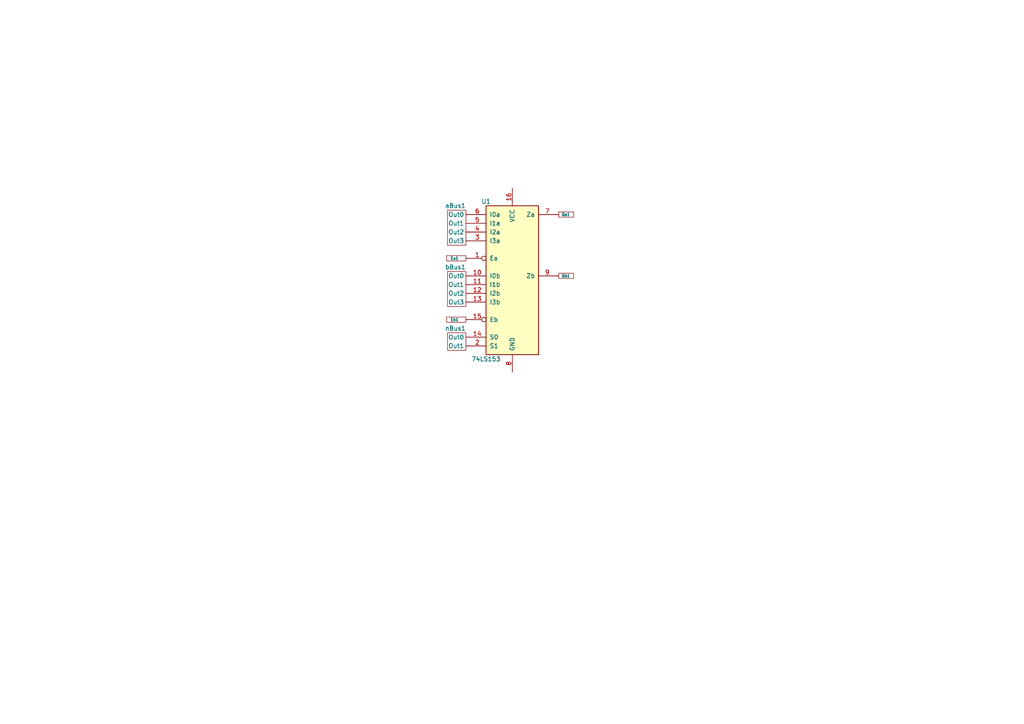
<source format=kicad_sch>
(kicad_sch (version 20230121) (generator eeschema)
  (paper "A4")
  (lib_symbols
    (symbol "74xx:74LS153" (pin_names (offset 1.016))
      (property "Reference" "U" (at -7.62 21.59 0))
      (property "Value" "74LS153" (at -7.62 -24.13 0))
      (symbol "74LS153_1_0"
        (pin input inverted (at -12.7 5.08 0) (length 5.08) (name "Ea") (number "1"))
        (pin input line (at -12.7 0 0) (length 5.08) (name "I0b") (number "10"))
        (pin input line (at -12.7 -2.54 0) (length 5.08) (name "I1b") (number "11"))
        (pin input line (at -12.7 -5.08 0) (length 5.08) (name "I2b") (number "12"))
        (pin input line (at -12.7 -7.62 0) (length 5.08) (name "I3b") (number "13"))
        (pin input line (at -12.7 -17.78 0) (length 5.08) (name "S0") (number "14"))
        (pin input inverted (at -12.7 -12.7 0) (length 5.08) (name "Eb") (number "15"))
        (pin power_in line (at 0 25.4 270) (length 5.08) (name "VCC") (number "16"))
        (pin input line (at -12.7 -20.32 0) (length 5.08) (name "S1") (number "2"))
        (pin input line (at -12.7 10.16 0) (length 5.08) (name "I3a") (number "3"))
        (pin input line (at -12.7 12.7 0) (length 5.08) (name "I2a") (number "4"))
        (pin input line (at -12.7 15.24 0) (length 5.08) (name "I1a") (number "5"))
        (pin input line (at -12.7 17.78 0) (length 5.08) (name "I0a") (number "6"))
        (pin output line (at 12.7 17.78 180) (length 5.08) (name "Za") (number "7"))
        (pin power_in line (at 0 -27.94 90) (length 5.08) (name "GND") (number "8"))
        (pin output line (at 12.7 0 180) (length 5.08) (name "Zb") (number "9"))
      )
      (symbol "74LS153_1_1"
        (rectangle (start -7.62 20.32) (end 7.62 -22.86) (stroke (width 0.254)) (fill (type background)))
      )
    )
    (symbol "Tests:InPin" (pin_numbers hide) (pin_names hide)
      (property "Reference" "InPin" (at 2.794 0 0))
      (symbol "InPin_0_1"
        (rectangle (start 0.762 0.762) (end 5.08 -0.762))
      )
      (symbol "InPin_1_1"
        (pin input line (at 0 0 0) (length 0.75) (name "In") (number "1"))
      )
    )
    (symbol "Tests:OutBus2x" (pin_numbers hide)
      (property "Reference" "OutBus2x" (at -2.54 3.556 0))
      (symbol "OutBus2x_0_1"
        (rectangle (start -6.096 2.54) (end -0.75 -2.54))
      )
      (symbol "OutBus2x_1_1"
        (pin output line (at 0 1.27 180) (length 0.75) (name "Out0") (number "0"))
        (pin output line (at 0 -1.27 180) (length 0.75) (name "Out1") (number "1"))
      )
    )
    (symbol "Tests:OutBus4x" (pin_numbers hide)
      (property "Reference" "OutBus4x" (at -1.524 6.096 0))
      (symbol "OutBus4x_0_1"
        (rectangle (start -6.096 5.08) (end -0.75 -5.08))
      )
      (symbol "OutBus4x_1_1"
        (pin output line (at 0 3.81 180) (length 0.75) (name "Out0") (number "0"))
        (pin output line (at 0 1.27 180) (length 0.75) (name "Out1") (number "1"))
        (pin output line (at 0 -1.27 180) (length 0.75) (name "Out2") (number "2"))
        (pin output line (at 0 -3.81 180) (length 0.75) (name "Out3") (number "3"))
      )
    )
    (symbol "Tests:OutPin" (pin_numbers hide) (pin_names hide)
      (property "Reference" "OutPin" (at -4.064 0 0))
      (symbol "OutPin_0_1"
        (rectangle (start -6.35 0.762) (end -0.762 -0.762))
      )
      (symbol "OutPin_1_1"
        (pin output line (at 0 0 180) (length 0.75) (name "Out") (number "1"))
      )
    )
  )
  (symbol (lib_id "Tests:OutBus4x") (at 135.89 83.82 0) (unit 1)
    (property "Reference" "bBus1" (at 132.08 77.47 0))
    (property "Value" "OutBus4x" (effects hide))
  )
  (symbol (lib_id "Tests:OutBus2x") (at 135.89 99.06 0) (unit 1)
    (property "Reference" "nBus1" (at 132.08 95.25 0))
    (property "Value" "OutBus2x" (effects hide))
  )
  (symbol (lib_id "Tests:InPin") (at 161.29 62.23 0) (unit 1)
    (property "Reference" "Qa1" (at 164.084 62.23 0) (effects (font (size 0.8 0.8))))
    (property "Value" "InPin" (effects hide))
  )
  (symbol (lib_id "Tests:OutPin") (at 135.89 92.71 0) (unit 1)
    (property "Reference" "Eb1" (at 131.826 92.71 0) (effects (font (size 0.8 0.8))))
    (property "Value" "OutPin" (effects hide))
  )
  (symbol (lib_id "74xx:74LS153") (at 148.59 80.01 0) (unit 1)
    (property "Reference" "U1" (at 140.97 58.42 0))
    (property "Value" "74LS153" (at 140.97 104.14 0))
    (property "Datasheet" "http://www.ti.com/lit/gpn/sn74LS153" (effects hide))
  )
  (symbol (lib_id "Tests:OutBus4x") (at 135.89 66.04 0) (unit 1)
    (property "Reference" "aBus1" (at 132.08 59.69 0))
    (property "Value" "OutBus4x" (effects hide))
  )
  (symbol (lib_id "Tests:InPin") (at 161.29 80.01 0) (unit 1)
    (property "Reference" "Qb1" (at 164.084 80.01 0) (effects (font (size 0.8 0.8))))
    (property "Value" "InPin" (effects hide))
  )
  (symbol (lib_id "Tests:OutPin") (at 135.89 74.93 0) (unit 1)
    (property "Reference" "Ea1" (at 131.826 74.93 0) (effects (font (size 0.8 0.8))))
    (property "Value" "OutPin" (effects hide))
  )
)
</source>
